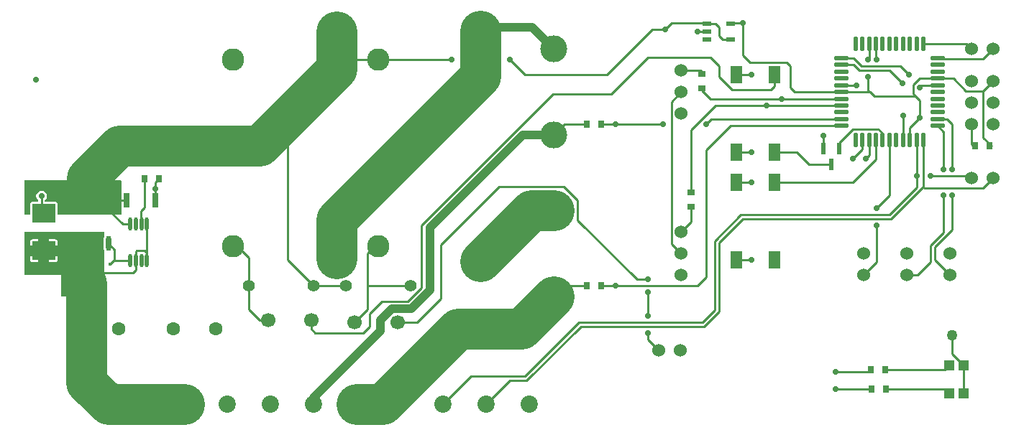
<source format=gtl>
G04 Layer_Physical_Order=1*
G04 Layer_Color=255*
%FSLAX24Y24*%
%MOIN*%
G70*
G01*
G75*
%ADD10R,0.0157X0.0157*%
%ADD11R,0.0236X0.0551*%
%ADD12O,0.0236X0.0709*%
%ADD13R,0.0374X0.0315*%
%ADD14R,0.0315X0.0374*%
%ADD15R,0.0551X0.0827*%
%ADD16R,0.0433X0.0236*%
%ADD17O,0.0217X0.0689*%
%ADD18O,0.0689X0.0217*%
%ADD19O,0.0177X0.0630*%
%ADD20R,0.1080X0.0850*%
%ADD21R,0.0256X0.0689*%
%ADD22R,0.0492X0.0472*%
%ADD23C,0.0100*%
%ADD24C,0.1900*%
%ADD25C,0.0400*%
%ADD26C,0.1037*%
%ADD27C,0.0551*%
%ADD28C,0.0600*%
%ADD29C,0.0669*%
%ADD30C,0.0799*%
%ADD31C,0.1250*%
%ADD32C,0.0630*%
%ADD33C,0.0290*%
%ADD34C,0.0500*%
G36*
X4300Y14282D02*
X4295Y14274D01*
X4278Y14189D01*
Y13717D01*
X4295Y13631D01*
X4300Y13623D01*
Y12513D01*
Y11500D01*
X2300D01*
Y12513D01*
X600D01*
Y14513D01*
X4300D01*
Y14282D01*
D02*
G37*
G36*
X5100Y16878D02*
Y16350D01*
X5099Y16348D01*
X5091Y16309D01*
Y15620D01*
X5099Y15581D01*
X5100Y15579D01*
Y15313D01*
X2142Y15313D01*
Y15795D01*
X2134Y15834D01*
X2112Y15867D01*
X2079Y15889D01*
X2040Y15897D01*
X1553D01*
Y15972D01*
X1577Y15988D01*
X1631Y16069D01*
X1650Y16165D01*
X1631Y16260D01*
X1577Y16341D01*
X1496Y16395D01*
X1400Y16414D01*
X1304Y16395D01*
X1223Y16341D01*
X1169Y16260D01*
X1150Y16165D01*
X1169Y16069D01*
X1223Y15988D01*
X1247Y15972D01*
Y15897D01*
X960D01*
X921Y15889D01*
X888Y15867D01*
X866Y15834D01*
X858Y15795D01*
Y15313D01*
X600D01*
X600Y16909D01*
X5065Y16914D01*
X5100Y16878D01*
D02*
G37*
%LPC*%
G36*
X1250Y13380D02*
X858D01*
Y13205D01*
X866Y13166D01*
X888Y13133D01*
X921Y13111D01*
X960Y13103D01*
X1250D01*
Y13380D01*
D02*
G37*
G36*
X2142D02*
X1750D01*
Y13103D01*
X2040D01*
X2079Y13111D01*
X2112Y13133D01*
X2134Y13166D01*
X2142Y13205D01*
Y13380D01*
D02*
G37*
G36*
X2040Y14157D02*
X1750D01*
Y13880D01*
X2142D01*
Y14055D01*
X2134Y14094D01*
X2112Y14127D01*
X2079Y14149D01*
X2040Y14157D01*
D02*
G37*
G36*
X1250D02*
X960D01*
X921Y14149D01*
X888Y14127D01*
X866Y14094D01*
X858Y14055D01*
Y13880D01*
X1250D01*
Y14157D01*
D02*
G37*
%LPD*%
D10*
X4576Y13013D02*
D03*
X4024D02*
D03*
D11*
X38000Y17626D02*
D03*
X37626Y18374D02*
D03*
X38374D02*
D03*
D12*
X3000Y13953D02*
D03*
X3500D02*
D03*
X4000D02*
D03*
X4500D02*
D03*
X3000Y16000D02*
D03*
X3500D02*
D03*
X4000D02*
D03*
X4500D02*
D03*
D13*
X31500Y15665D02*
D03*
Y16335D02*
D03*
X32000Y21165D02*
D03*
Y21835D02*
D03*
D14*
X45335Y18500D02*
D03*
X44665D02*
D03*
X6835Y16965D02*
D03*
X6165D02*
D03*
X26665Y12000D02*
D03*
X27335D02*
D03*
X26665Y19500D02*
D03*
X27335D02*
D03*
X39831Y8100D02*
D03*
X40500D02*
D03*
X39865Y7200D02*
D03*
X40535D02*
D03*
D15*
X35382Y16791D02*
D03*
X33618D02*
D03*
Y13209D02*
D03*
X35382D02*
D03*
X33618Y18209D02*
D03*
X35382D02*
D03*
Y21791D02*
D03*
X33618D02*
D03*
D16*
X33351Y23426D02*
D03*
Y24174D02*
D03*
X32249D02*
D03*
Y23800D02*
D03*
Y23426D02*
D03*
D17*
X39125Y18776D02*
D03*
X39440D02*
D03*
X39755D02*
D03*
X40070D02*
D03*
X40385D02*
D03*
X40700D02*
D03*
X41015D02*
D03*
X41330D02*
D03*
X41645D02*
D03*
X41960D02*
D03*
X42275D02*
D03*
Y23224D02*
D03*
X41960D02*
D03*
X41645D02*
D03*
X41330D02*
D03*
X41015D02*
D03*
X40700D02*
D03*
X40385D02*
D03*
X40070D02*
D03*
X39755D02*
D03*
X39440D02*
D03*
X39125D02*
D03*
D18*
X42924Y19425D02*
D03*
Y19740D02*
D03*
Y20055D02*
D03*
Y20370D02*
D03*
Y20685D02*
D03*
Y21000D02*
D03*
Y21315D02*
D03*
Y21630D02*
D03*
Y21945D02*
D03*
Y22260D02*
D03*
Y22575D02*
D03*
X38476D02*
D03*
Y22260D02*
D03*
Y21945D02*
D03*
Y21630D02*
D03*
Y21315D02*
D03*
Y21000D02*
D03*
Y20685D02*
D03*
Y20370D02*
D03*
Y20055D02*
D03*
Y19740D02*
D03*
Y19425D02*
D03*
D19*
X5516Y13166D02*
D03*
X5772D02*
D03*
X6028D02*
D03*
X6284D02*
D03*
X5516Y14859D02*
D03*
X5772D02*
D03*
X6028D02*
D03*
X6284D02*
D03*
D20*
X1500Y13630D02*
D03*
Y15370D02*
D03*
D21*
X6679Y15965D02*
D03*
X5321D02*
D03*
D22*
X43456Y7000D02*
D03*
X44144D02*
D03*
X43456Y8300D02*
D03*
X44144D02*
D03*
D23*
X11000Y10900D02*
Y13309D01*
X10333Y13976D02*
X11000Y13309D01*
X6679Y16500D02*
Y16809D01*
Y15965D02*
Y16500D01*
X39755Y22555D02*
Y23224D01*
X39700Y22500D02*
X39755Y22555D01*
X40070Y22530D02*
Y23224D01*
Y22530D02*
X40100Y22500D01*
X39300Y22000D02*
X40700D01*
X39040Y22260D02*
X39300Y22000D01*
X40700D02*
X41300Y21400D01*
X41200Y22200D02*
X41600Y21800D01*
X39400Y22200D02*
X41200D01*
X39025Y22575D02*
X39400Y22200D01*
X43360Y19740D02*
X43600Y19500D01*
Y17400D02*
Y19500D01*
X42800Y13800D02*
X43600Y14600D01*
Y16200D01*
X6679Y16809D02*
X6835Y16965D01*
X26305Y10305D02*
X32022D01*
X32600Y10883D01*
X26388Y10105D02*
X32105D01*
X29500Y9500D02*
Y9800D01*
Y9500D02*
X30000Y9000D01*
X23800Y7800D02*
X26305Y10305D01*
X32105Y10105D02*
X32800Y10800D01*
X23883Y7600D02*
X26388Y10105D01*
X39700Y21055D02*
Y21700D01*
Y21055D02*
X39755Y21000D01*
X38476Y22575D02*
X39025D01*
X38476Y22260D02*
X39040D01*
X38476Y21315D02*
X39185D01*
X33618Y21791D02*
X34291D01*
X33618Y13209D02*
X34291D01*
X33618Y16791D02*
X34291D01*
X33618Y18209D02*
X34291D01*
X37626Y18374D02*
Y18974D01*
X40000Y20800D02*
X41875D01*
X39800Y21000D02*
X40000Y20800D01*
X38476Y21000D02*
X39800D01*
X42100Y19800D02*
Y20600D01*
X43670Y21630D02*
X44250Y21050D01*
X45050D01*
X42924Y21630D02*
X43670D01*
X41330Y18776D02*
Y19900D01*
X45050Y16550D02*
X45500Y17000D01*
X41960Y17100D02*
Y18776D01*
Y16560D02*
Y17100D01*
X33900Y15100D02*
X40783D01*
X42275Y16592D02*
Y18776D01*
X32800Y10800D02*
Y14000D01*
X33900Y15100D01*
X22000Y6500D02*
X23100Y7600D01*
X23883D01*
X41960Y18776D02*
X42017Y18719D01*
X33817Y15300D02*
X40700D01*
X32600Y14083D02*
X33817Y15300D01*
X32600Y10883D02*
Y14083D01*
X21300Y7800D02*
X23800D01*
X20000Y6500D02*
X21300Y7800D01*
X40783Y15100D02*
X42275Y16592D01*
X40700Y15300D02*
X41960Y16560D01*
X33900Y22700D02*
X34245Y22355D01*
X33900Y22700D02*
Y24200D01*
X36974Y17626D02*
X38000D01*
X36391Y18209D02*
X36974Y17626D01*
X35382Y18209D02*
X36391D01*
X38374Y18374D02*
Y18626D01*
X33325Y19425D02*
X38476D01*
X38374Y18626D02*
X39018Y19270D01*
X40177D01*
X40328Y19119D01*
X27800Y20900D02*
X29500Y22600D01*
X32200Y18300D02*
X33325Y19425D01*
X32200Y12400D02*
Y18300D01*
X31800Y12000D02*
X32200Y12400D01*
X28000Y12000D02*
X31800D01*
X30593Y20550D02*
X31043Y21000D01*
X1500Y13713D02*
X1740Y13953D01*
X4500D02*
X4776Y13677D01*
Y13213D02*
Y13677D01*
X4576Y13013D02*
X4776Y13213D01*
X5772Y13166D02*
Y13589D01*
X5815Y13631D01*
X6181D01*
X6284Y13529D01*
Y13166D02*
Y13529D01*
Y14859D01*
X4822Y13166D02*
X5516D01*
X4776Y13213D02*
X4822Y13166D01*
X5772Y12744D02*
Y13166D01*
X5641Y12613D02*
X5772Y12744D01*
X4200Y12613D02*
X5641D01*
X4500Y15513D02*
X5154Y14859D01*
X5516D01*
X16839Y13839D02*
X17000D01*
X13996Y12000D02*
X15504D01*
X12800Y13196D02*
X13996Y12000D01*
X12800Y13196D02*
Y19100D01*
X19000Y14795D02*
X25105Y20900D01*
X27800D01*
X16500Y13500D02*
X16839Y13839D01*
X15900Y10300D02*
X16500Y10900D01*
X19000Y11902D02*
Y14795D01*
X18383Y11285D02*
X19000Y11902D01*
X17185Y11285D02*
X18383D01*
X16600Y10700D02*
X17185Y11285D01*
X16600Y10100D02*
Y10700D01*
X11000Y10900D02*
X11500Y10400D01*
X11900D01*
X16315Y9815D02*
X16600Y10100D01*
X14085Y9815D02*
X16315D01*
X13888Y10012D02*
X14085Y9815D01*
X13888Y10012D02*
Y10400D01*
X17888Y10300D02*
X18800D01*
X19900Y11400D01*
Y13900D01*
X27335Y19500D02*
X28000D01*
X30200D01*
X27335Y12000D02*
X28000D01*
X40385Y18489D02*
Y18776D01*
X40328D02*
X40385D01*
X40328D02*
Y19119D01*
X41645Y18776D02*
Y19345D01*
X42100Y19800D01*
X23100Y22500D02*
X23800Y21800D01*
X27600D01*
X29700Y23900D01*
X25643Y19500D02*
X26665D01*
X25143Y19000D02*
X25643Y19500D01*
Y12000D02*
X26665D01*
X25143Y11500D02*
X25643Y12000D01*
X29700Y23900D02*
X30300D01*
X30600Y24200D01*
X32249Y24174D02*
X32626D01*
X32800Y24000D01*
Y23600D02*
Y24000D01*
Y23600D02*
X32974Y23426D01*
X33351D01*
Y24174D02*
X33377Y24200D01*
X33900D01*
X31800Y23800D02*
X32249D01*
X44500Y18577D02*
Y19500D01*
Y18577D02*
X44577Y18500D01*
X45050Y18873D02*
X45423Y18500D01*
X45050Y18873D02*
Y21050D01*
X45500Y21500D01*
X30593Y13950D02*
X31043Y13500D01*
X30593Y13950D02*
Y20550D01*
X25599Y16600D02*
X26243Y15956D01*
Y15044D02*
Y15956D01*
X19900Y13900D02*
X22600Y16600D01*
X25599D01*
X28988Y12300D02*
X29500D01*
X26243Y15044D02*
X28988Y12300D01*
X29500Y10600D02*
Y11700D01*
X45050Y22550D02*
X45500Y23000D01*
X42949Y22550D02*
X45050D01*
X42924Y22575D02*
X42949Y22550D01*
X44276Y23224D02*
X44500Y23000D01*
X42275Y23224D02*
X44276D01*
X34245Y22355D02*
X35945D01*
X36100Y22200D01*
Y21200D02*
Y22200D01*
Y21200D02*
X36300Y21000D01*
X38476D01*
X31500Y16423D02*
Y19239D01*
X32631Y20370D01*
X29500Y22600D02*
X32400D01*
X32800Y21708D02*
Y22200D01*
X32400Y22600D02*
X32800Y22200D01*
X32000Y21077D02*
X32392Y20685D01*
X31043Y22000D02*
X31923D01*
X32000Y21923D01*
X31043Y14500D02*
X31500Y14957D01*
Y15577D01*
X32392Y20685D02*
X35700D01*
X38476D01*
X32631Y20370D02*
X35000D01*
X38476D01*
X35382Y21282D02*
Y21791D01*
X32800Y21708D02*
X33408Y21100D01*
X35200D01*
X35382Y21282D01*
X6011Y14876D02*
X6028Y14859D01*
X6011Y14876D02*
Y15475D01*
X6165Y15630D01*
Y16965D01*
X4535Y15965D02*
X5321D01*
X4500Y15513D02*
Y16000D01*
X1203Y15667D02*
X1500Y15370D01*
X1203Y15667D02*
X1400Y15470D01*
Y16165D01*
X4024Y12788D02*
X4200Y12613D01*
X4024Y12788D02*
Y13013D01*
Y13928D01*
X4000Y13953D02*
X4024Y13928D01*
X44400Y17100D02*
X44500Y17000D01*
X42275Y16592D02*
X42317Y16550D01*
X45050D01*
X42600Y13100D02*
Y13883D01*
X42800Y13200D02*
X43500Y12500D01*
X42800Y13200D02*
Y13800D01*
X41500Y12500D02*
X42000D01*
X42600Y13100D01*
X39500Y12500D02*
X40100Y13100D01*
Y14800D01*
X42600Y13883D02*
X43200Y14483D01*
Y16200D01*
X42600Y17100D02*
X44400D01*
X42924Y19740D02*
X43360D01*
X43200Y17400D02*
Y19150D01*
X42924Y19425D02*
X43200Y19150D01*
X35500Y16791D02*
X38991D01*
X40070Y17870D01*
Y18776D01*
X40100Y15600D02*
X40700Y16200D01*
Y18776D01*
X32200Y19500D02*
X32440Y19740D01*
X38476D01*
X41805Y20895D02*
X42100Y20600D01*
X41805Y20895D02*
Y21322D01*
X42113Y21630D01*
X42924D01*
X42100Y21200D02*
X42215Y21315D01*
X42924D01*
X17000Y22500D02*
X20400D01*
X15500D02*
X17000D01*
X16500Y10900D02*
Y12000D01*
X43600Y8850D02*
Y9700D01*
Y8850D02*
X44144Y8305D01*
Y8300D02*
Y8305D01*
Y7000D02*
Y8300D01*
X39440Y18340D02*
Y18776D01*
X39000Y17900D02*
X39440Y18340D01*
X39755Y18055D02*
Y18776D01*
X39600Y17900D02*
X39755Y18055D01*
X38200Y8000D02*
X39731D01*
X39831Y8100D01*
X38200Y7200D02*
X39865D01*
X40500Y8100D02*
X43256D01*
X43456Y8300D01*
X40535Y7200D02*
X43256D01*
X43456Y7000D01*
X16500Y12000D02*
Y13500D01*
Y12000D02*
X18496D01*
X30600Y24200D02*
X32300D01*
D24*
X23643Y10000D02*
X25143Y11500D01*
X20707Y10000D02*
X23643D01*
X16000Y6500D02*
X17207D01*
X4500D02*
X6000D01*
X8000D01*
X15057Y22057D02*
Y23800D01*
X3484Y7516D02*
X4500Y6500D01*
X11500Y18500D02*
X15057Y22057D01*
X5000Y18500D02*
X11500D01*
X3500Y17000D02*
X5000Y18500D01*
X15057Y13268D02*
Y15057D01*
X21724Y21724D01*
Y23850D01*
Y13130D02*
X24094Y15500D01*
X25143D01*
X3484Y7516D02*
Y12100D01*
X17207Y6500D02*
X20707Y10000D01*
D25*
X19400Y14700D02*
X23700Y19000D01*
X25143D01*
X24147Y23996D02*
X25143Y23000D01*
X14000Y6500D02*
Y6800D01*
X19400Y11807D02*
Y14700D01*
X18528Y10935D02*
X19400Y11807D01*
X17625Y10935D02*
X18528D01*
X14000Y6800D02*
X17100Y9900D01*
Y10409D01*
X17625Y10935D01*
X21724Y23996D02*
X24147D01*
D26*
X17000Y13839D02*
D03*
Y22500D02*
D03*
X21724Y13130D02*
D03*
Y23996D02*
D03*
X15000Y24000D02*
D03*
Y13134D02*
D03*
X10276Y22504D02*
D03*
Y13843D02*
D03*
D27*
X13996Y12000D02*
D03*
X11004D02*
D03*
X15504D02*
D03*
X18496D02*
D03*
D28*
X31000Y9000D02*
D03*
X30000D02*
D03*
X45500Y21500D02*
D03*
Y20500D02*
D03*
Y19500D02*
D03*
X44500Y21500D02*
D03*
Y20500D02*
D03*
Y19500D02*
D03*
X45500Y17000D02*
D03*
X44500D02*
D03*
X45500Y23000D02*
D03*
X44500D02*
D03*
X31043Y22000D02*
D03*
Y20000D02*
D03*
Y21000D02*
D03*
Y14500D02*
D03*
Y12500D02*
D03*
Y13500D02*
D03*
X43500Y12500D02*
D03*
Y13500D02*
D03*
X41500Y12500D02*
D03*
Y13500D02*
D03*
X39500Y12500D02*
D03*
Y13500D02*
D03*
D29*
X11900Y10400D02*
D03*
X13888D02*
D03*
X15900Y10300D02*
D03*
X17888D02*
D03*
D30*
X6000Y6500D02*
D03*
X8000D02*
D03*
X10000D02*
D03*
X12000D02*
D03*
X14000D02*
D03*
X16000D02*
D03*
X18000D02*
D03*
X20000D02*
D03*
X22000D02*
D03*
X24000D02*
D03*
D31*
X25143Y23000D02*
D03*
Y19000D02*
D03*
Y15500D02*
D03*
Y11500D02*
D03*
D32*
X7516Y10000D02*
D03*
X9484D02*
D03*
X3016D02*
D03*
X4984D02*
D03*
D33*
X40100Y22500D02*
D03*
X39700D02*
D03*
X43600Y17400D02*
D03*
Y16200D02*
D03*
X6679Y16500D02*
D03*
X29500Y9800D02*
D03*
X39700Y21700D02*
D03*
X39185Y21315D02*
D03*
X31800Y23800D02*
D03*
X34291Y21791D02*
D03*
Y13209D02*
D03*
Y16791D02*
D03*
Y18209D02*
D03*
X37626Y18974D02*
D03*
X41330Y19900D02*
D03*
X42600Y17100D02*
D03*
X41960D02*
D03*
X30200Y19500D02*
D03*
X28000D02*
D03*
Y12000D02*
D03*
X23100Y22500D02*
D03*
X30300Y23900D02*
D03*
X33900Y24200D02*
D03*
X42100Y19800D02*
D03*
X29500Y12300D02*
D03*
Y11700D02*
D03*
Y10600D02*
D03*
X35700Y20685D02*
D03*
X35000Y20370D02*
D03*
X1400Y16165D02*
D03*
X1143Y21578D02*
D03*
X40100Y14800D02*
D03*
Y15600D02*
D03*
X43200Y16200D02*
D03*
Y17400D02*
D03*
X32200Y19500D02*
D03*
X41300Y21400D02*
D03*
X41600Y21800D02*
D03*
X42100Y21200D02*
D03*
X20400Y22500D02*
D03*
X39000Y17900D02*
D03*
X39600D02*
D03*
X38200Y8000D02*
D03*
Y7200D02*
D03*
D34*
X43600Y9700D02*
D03*
M02*

</source>
